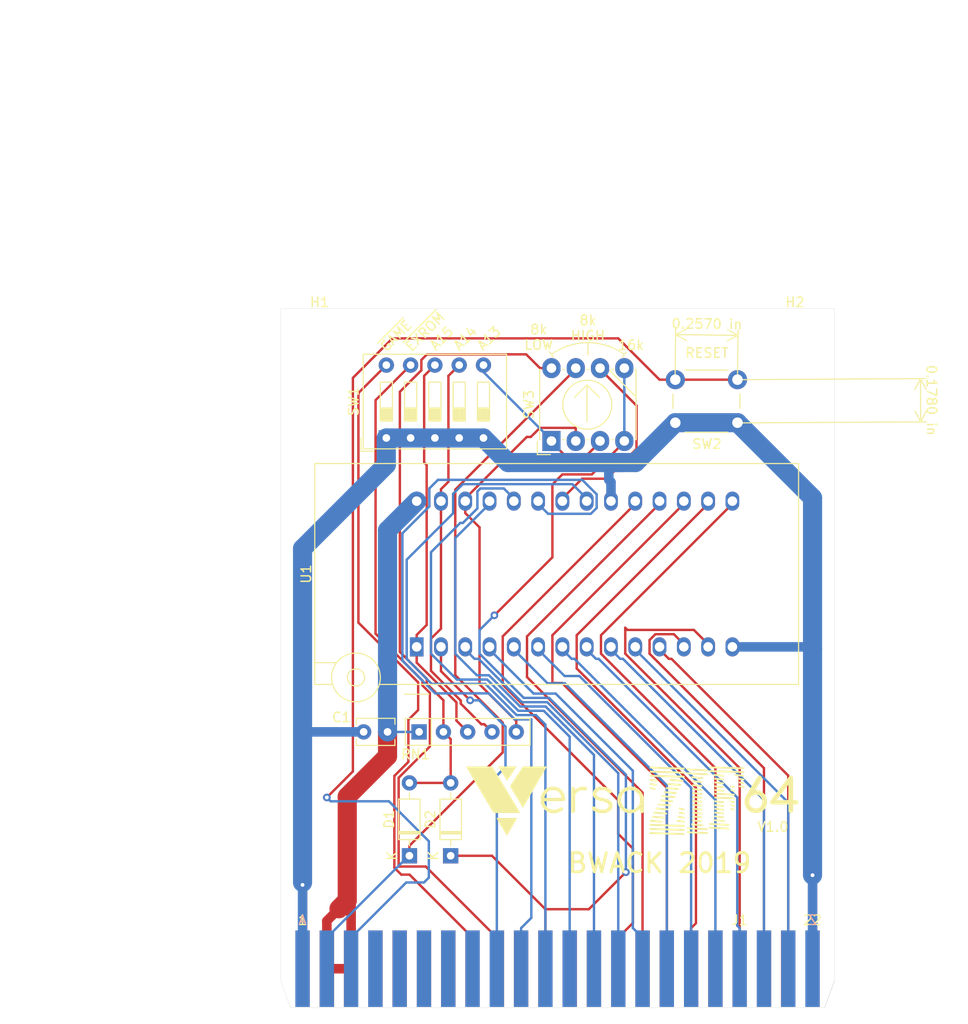
<source format=kicad_pcb>
(kicad_pcb (version 20171130) (host pcbnew "(5.1.2)-1")
  (title_block (title VersaZIF64) (date 2019-06-22) (rev 1.0) (company BWACK) (comment 1 "Based on the Versa64Cart"))
  (layers (0 F.Cu signal) (31 B.Cu signal) (34 B.Paste user) (35 F.Paste user) (36 B.SilkS user) (37 F.SilkS user) (38 B.Mask user) (39 F.Mask user) (44 Edge.Cuts user))
  (net 0 "")
  (net 1 +5V)
  (net 2 GND)
  (net 3 /~ROMH~)
  (net 4 /~ROML~)
  (net 5 /A0)
  (net 6 /A1)
  (net 7 /A2)
  (net 8 /A3)
  (net 9 /A4)
  (net 10 /A5)
  (net 11 /A6)
  (net 12 /A7)
  (net 13 /A8)
  (net 14 /A9)
  (net 15 /A10)
  (net 16 /A11)
  (net 17 /A12)
  (net 18 /A13)
  (net 19 /A14)
  (net 20 /A15)
  (net 21 "Net-(J1-PadE)")
  (net 22 "Net-(J1-PadD)")
  (net 23 "Net-(J1-PadC)")
  (net 24 /D0)
  (net 25 /D1)
  (net 26 /D2)
  (net 27 /D3)
  (net 28 /D4)
  (net 29 /D5)
  (net 30 /D6)
  (net 31 /D7)
  (net 32 "Net-(J1-Pad13)")
  (net 33 "Net-(J1-Pad12)")
  (net 34 "Net-(J1-Pad10)")
  (net 35 /~EXROM~)
  (net 36 /~GAME~)
  (net 37 "Net-(J1-Pad7)")
  (net 38 "Net-(J1-Pad6)")
  (net 39 "Net-(J1-Pad5)")
  (net 40 "Net-(J1-Pad4)")
  (net 41 /DIP_A13)
  (net 42 /DIP_A15)
  (net 43 /DIP_A14)
  (net 44 /~OEMIX~)
  (net 45 /ROM_A13)
  (net 46 /~ROM_OE~)
  (module VersaZIF64:logodrawing (layer F.Cu) (at 60.198 82.296)
    (fp_text reference G*** hide)
    (fp_text value LOGO hide)
  )
  (module VersaZIF64_logo (layer F.Cu) (at 0 0)
    (fp_text reference REF** hide)
    (fp_text value VersaZIF64_logo)
  )
  (module VersaZIF64:Nidec_SS-10-23NP-L-E_RotarySwitch_2x3 (layer F.Cu) (at 51.435 44.7675 90)
    (fp_text reference SW3 (at 3.81 -2.36 90) (layer F.SilkS))
    (fp_text value SW_Rotary2x3)
    (pad 4 thru_hole oval (at 7.62 7.62 90) (size 2.1 1.9) (drill 1) (layers *.Cu *.Mask) (net 4 /~ROML~))
    (pad 3 thru_hole oval (at 0 7.62 90) (size 2.1 1.9) (drill 1) (layers *.Cu *.Mask) (net 4 /~ROML~))
    (pad 7 thru_hole oval (at 7.62 5.08 90) (size 2.1 1.9) (drill 1) (layers *.Cu *.Mask) (net 46 /~ROM_OE~))
    (pad 2 thru_hole oval (at 0 5.08 90) (size 2.1 1.9) (drill 1) (layers *.Cu *.Mask) (net 41 /DIP_A13))
    (pad 5 thru_hole oval (at 7.62 2.54 90) (size 2.1 1.9) (drill 1) (layers *.Cu *.Mask) (net 3 /~ROMH~))
    (pad 8 thru_hole oval (at 0 2.54 90) (size 2.1 1.9) (drill 1) (layers *.Cu *.Mask) (net 45 /ROM_A13))
    (pad 6 thru_hole oval (at 7.62 0 90) (size 2.1 1.9) (drill 1) (layers *.Cu *.Mask) (net 44 /~OEMIX~))
    (pad 1 thru_hole rect (at 0 0 90) (size 2.1 1.9) (drill 1) (layers *.Cu *.Mask) (net 41 /DIP_A13))
  )
  (module C64-cartlib:C64_EXPANSION_PORT (layer F.Cu) (at 52.07 99.949)
    (fp_text reference J1 (at 19.05 -5.08) (layer F.SilkS))
    (fp_text value EXPANSION_PORT_C64 hide)
    (fp_text user 22 (at 26.67 -5.08) (layer F.SilkS))
    (fp_text user 1 (at -26.67 -5.08) (layer F.SilkS))
    (fp_text user A (at -26.67 -5.08) (layer B.SilkS) (effects (justify mirror)))
    (fp_text user Z (at 26.67 -5.08) (layer B.SilkS) (effects (justify mirror)))
    (pad Z connect rect (at 26.67 0) (size 1.5 8) (layers B.Cu F.Mask) (net 2 GND))
    (pad Y connect rect (at 24.13 0) (size 1.5 8) (layers B.Cu F.Mask) (net 5 /A0))
    (pad X connect rect (at 21.59 0) (size 1.5 8) (layers B.Cu F.Mask) (net 6 /A1))
    (pad W connect rect (at 19.05 0) (size 1.5 8) (layers B.Cu F.Mask) (net 7 /A2))
    (pad V connect rect (at 16.51 0) (size 1.5 8) (layers B.Cu F.Mask) (net 8 /A3))
    (pad U connect rect (at 13.97 0) (size 1.5 8) (layers B.Cu F.Mask) (net 9 /A4))
    (pad T connect rect (at 11.43 0) (size 1.5 8) (layers B.Cu F.Mask) (net 10 /A5))
    (pad S connect rect (at 8.89 0) (size 1.5 8) (layers B.Cu F.Mask) (net 11 /A6))
    (pad R connect rect (at 6.35 0) (size 1.5 8) (layers B.Cu F.Mask) (net 12 /A7))
    (pad P connect rect (at 3.81 0) (size 1.5 8) (layers B.Cu F.Mask) (net 13 /A8))
    (pad N connect rect (at 1.27 0) (size 1.5 8) (layers B.Cu F.Mask) (net 14 /A9))
    (pad M connect rect (at -1.27 0) (size 1.5 8) (layers B.Cu F.Mask) (net 15 /A10))
    (pad L connect rect (at -3.81 0) (size 1.5 8) (layers B.Cu F.Mask) (net 16 /A11))
    (pad K connect rect (at -6.35 0) (size 1.5 8) (layers B.Cu F.Mask) (net 17 /A12))
    (pad J connect rect (at -8.89 0) (size 1.5 8) (layers B.Cu F.Mask) (net 18 /A13))
    (pad H connect rect (at -11.43 0) (size 1.5 8) (layers B.Cu F.Mask) (net 19 /A14))
    (pad F connect rect (at -13.97 0) (size 1.5 8) (layers B.Cu F.Mask) (net 20 /A15))
    (pad E connect rect (at -16.51 0) (size 1.5 8) (layers B.Cu F.Mask) (net 21 "Net-(J1-PadE)"))
    (pad D connect rect (at -19.05 0) (size 1.5 8) (layers B.Cu F.Mask) (net 22 "Net-(J1-PadD)"))
    (pad C connect rect (at -21.59 0) (size 1.5 8) (layers B.Cu F.Mask) (net 23 "Net-(J1-PadC)"))
    (pad B connect rect (at -24.13 0) (size 1.5 8) (layers B.Cu F.Mask) (net 3 /~ROMH~))
    (pad A connect rect (at -26.67 0) (size 1.5 8) (layers B.Cu F.Mask) (net 2 GND))
    (pad 22 connect rect (at 26.67 0) (size 1.5 8) (layers F.Cu F.Mask) (net 2 GND))
    (pad 21 connect rect (at 24.13 0) (size 1.5 8) (layers F.Cu F.Mask) (net 24 /D0))
    (pad 20 connect rect (at 21.59 0) (size 1.5 8) (layers F.Cu F.Mask) (net 25 /D1))
    (pad 19 connect rect (at 19.05 0) (size 1.5 8) (layers F.Cu F.Mask) (net 26 /D2))
    (pad 18 connect rect (at 16.51 0) (size 1.5 8) (layers F.Cu F.Mask) (net 27 /D3))
    (pad 17 connect rect (at 13.97 0) (size 1.5 8) (layers F.Cu F.Mask) (net 28 /D4))
    (pad 16 connect rect (at 11.43 0) (size 1.5 8) (layers F.Cu F.Mask) (net 29 /D5))
    (pad 15 connect rect (at 8.89 0) (size 1.5 8) (layers F.Cu F.Mask) (net 30 /D6))
    (pad 14 connect rect (at 6.35 0) (size 1.5 8) (layers F.Cu F.Mask) (net 31 /D7))
    (pad 13 connect rect (at 3.81 0) (size 1.5 8) (layers F.Cu F.Mask) (net 32 "Net-(J1-Pad13)"))
    (pad 12 connect rect (at 1.27 0) (size 1.5 8) (layers F.Cu F.Mask) (net 33 "Net-(J1-Pad12)"))
    (pad 11 connect rect (at -1.27 0) (size 1.5 8) (layers F.Cu F.Mask) (net 4 /~ROML~))
    (pad 10 connect rect (at -3.81 0) (size 1.5 8) (layers F.Cu F.Mask) (net 34 "Net-(J1-Pad10)"))
    (pad 9 connect rect (at -6.35 0) (size 1.5 8) (layers F.Cu F.Mask) (net 35 /~EXROM~))
    (pad 8 connect rect (at -8.89 0) (size 1.5 8) (layers F.Cu F.Mask) (net 36 /~GAME~))
    (pad 7 connect rect (at -11.43 0) (size 1.5 8) (layers F.Cu F.Mask) (net 37 "Net-(J1-Pad7)"))
    (pad 6 connect rect (at -13.97 0) (size 1.5 8) (layers F.Cu F.Mask) (net 38 "Net-(J1-Pad6)"))
    (pad 5 connect rect (at -16.51 0) (size 1.5 8) (layers F.Cu F.Mask) (net 39 "Net-(J1-Pad5)"))
    (pad 4 connect rect (at -19.05 0) (size 1.5 8) (layers F.Cu F.Mask) (net 40 "Net-(J1-Pad4)"))
    (pad 3 connect rect (at -21.59 0) (size 1.5 8) (layers F.Cu F.Mask) (net 1 +5V))
    (pad 2 connect rect (at -24.13 0) (size 1.5 8) (layers F.Cu F.Mask) (net 1 +5V))
    (pad 1 connect rect (at -26.67 0) (size 1.5 8) (layers F.Cu F.Mask) (net 2 GND))
  )
  (module Capacitor_THT:C_Disc_D3.8mm_W2.6mm_P2.50mm (layer F.Cu) (at 34.29 75.184 180)
    (fp_text reference C1 (at 4.826 1.524) (layer F.SilkS))
    (fp_text value 100nF)
    (pad 1 thru_hole circle (at 0 0 180) (size 1.6 1.6) (drill 0.8) (layers *.Cu *.Mask) (net 1 +5V))
    (pad 2 thru_hole circle (at 2.5 0 180) (size 1.6 1.6) (drill 0.8) (layers *.Cu *.Mask) (net 2 GND))
  )
  (module Diode_THT:D_DO-35_SOD27_P7.62mm_Horizontal (layer F.Cu) (at 36.576 88.138 90)
    (fp_text reference D1 (at 3.81 -2.12 90) (layer F.SilkS))
    (fp_text value 1n4148)
    (fp_text user K (at 0 -1.8 90) (layer F.SilkS))
    (pad 1 thru_hole rect (at 0 0 90) (size 1.6 1.6) (drill 0.8) (layers *.Cu *.Mask) (net 3 /~ROMH~))
    (pad 2 thru_hole oval (at 7.62 0 90) (size 1.6 1.6) (drill 0.8) (layers *.Cu *.Mask) (net 44 /~OEMIX~))
  )
  (module Diode_THT:D_DO-35_SOD27_P7.62mm_Horizontal (layer F.Cu) (at 40.894 88.138 90)
    (fp_text reference D2 (at 3.81 -2.12 90) (layer F.SilkS))
    (fp_text value 1n4148)
    (fp_text user K (at 0 -1.8 90) (layer F.SilkS))
    (pad 2 thru_hole oval (at 7.62 0 90) (size 1.6 1.6) (drill 0.8) (layers *.Cu *.Mask) (net 44 /~OEMIX~))
    (pad 1 thru_hole rect (at 0 0 90) (size 1.6 1.6) (drill 0.8) (layers *.Cu *.Mask) (net 4 /~ROML~))
  )
  (module Resistor_THT:R_Array_SIP5 (layer F.Cu) (at 37.592 75.184)
    (fp_text reference RN1 (at -0.381 2.3495) (layer F.SilkS))
    (fp_text value "10k x 4")
    (pad 5 thru_hole oval (at 10.16 0) (size 1.6 1.6) (drill 0.8) (layers *.Cu *.Mask) (net 45 /ROM_A13))
    (pad 4 thru_hole oval (at 7.62 0) (size 1.6 1.6) (drill 0.8) (layers *.Cu *.Mask) (net 43 /DIP_A14))
    (pad 3 thru_hole oval (at 5.08 0) (size 1.6 1.6) (drill 0.8) (layers *.Cu *.Mask) (net 42 /DIP_A15))
    (pad 2 thru_hole oval (at 2.54 0) (size 1.6 1.6) (drill 0.8) (layers *.Cu *.Mask) (net 44 /~OEMIX~))
    (pad 1 thru_hole rect (at 0 0) (size 1.6 1.6) (drill 0.8) (layers *.Cu *.Mask) (net 1 +5V))
  )
  (module Socket:DIP_Socket-28_W11.9_W12.7_W15.24_W17.78_W18.5_3M_228-1277-00-0602J (layer F.Cu) (at 37.338 66.294 90)
    (fp_text reference U1 (at 7.62 -11.56 90) (layer F.SilkS))
    (fp_text value 27512)
    (pad 1 thru_hole rect (at 0 0 90) (size 2 1.44) (drill 1) (layers *.Cu *.Mask) (net 42 /DIP_A15))
    (pad 28 thru_hole oval (at 15.24 0 90) (size 2 1.44) (drill 1) (layers *.Cu *.Mask) (net 1 +5V))
    (pad 2 thru_hole oval (at 0 2.54 90) (size 2 1.44) (drill 1) (layers *.Cu *.Mask) (net 17 /A12))
    (pad 27 thru_hole oval (at 15.24 2.54 90) (size 2 1.44) (drill 1) (layers *.Cu *.Mask) (net 43 /DIP_A14))
    (pad 3 thru_hole oval (at 0 5.08 90) (size 2 1.44) (drill 1) (layers *.Cu *.Mask) (net 12 /A7))
    (pad 26 thru_hole oval (at 15.24 5.08 90) (size 2 1.44) (drill 1) (layers *.Cu *.Mask) (net 45 /ROM_A13))
    (pad 4 thru_hole oval (at 0 7.62 90) (size 2 1.44) (drill 1) (layers *.Cu *.Mask) (net 11 /A6))
    (pad 25 thru_hole oval (at 15.24 7.62 90) (size 2 1.44) (drill 1) (layers *.Cu *.Mask) (net 13 /A8))
    (pad 5 thru_hole oval (at 0 10.16 90) (size 2 1.44) (drill 1) (layers *.Cu *.Mask) (net 10 /A5))
    (pad 24 thru_hole oval (at 15.24 10.16 90) (size 2 1.44) (drill 1) (layers *.Cu *.Mask) (net 14 /A9))
    (pad 6 thru_hole oval (at 0 12.7 90) (size 2 1.44) (drill 1) (layers *.Cu *.Mask) (net 9 /A4))
    (pad 23 thru_hole oval (at 15.24 12.7 90) (size 2 1.44) (drill 1) (layers *.Cu *.Mask) (net 16 /A11))
    (pad 7 thru_hole oval (at 0 15.24 90) (size 2 1.44) (drill 1) (layers *.Cu *.Mask) (net 8 /A3))
    (pad 22 thru_hole oval (at 15.24 15.24 90) (size 2 1.44) (drill 1) (layers *.Cu *.Mask) (net 46 /~ROM_OE~))
    (pad 8 thru_hole oval (at 0 17.78 90) (size 2 1.44) (drill 1) (layers *.Cu *.Mask) (net 7 /A2))
    (pad 21 thru_hole oval (at 15.24 17.78 90) (size 2 1.44) (drill 1) (layers *.Cu *.Mask) (net 15 /A10))
    (pad 9 thru_hole oval (at 0 20.32 90) (size 2 1.44) (drill 1) (layers *.Cu *.Mask) (net 6 /A1))
    (pad 20 thru_hole oval (at 15.24 20.32 90) (size 2 1.44) (drill 1) (layers *.Cu *.Mask) (net 2 GND))
    (pad 10 thru_hole oval (at 0 22.86 90) (size 2 1.44) (drill 1) (layers *.Cu *.Mask) (net 5 /A0))
    (pad 19 thru_hole oval (at 15.24 22.86 90) (size 2 1.44) (drill 1) (layers *.Cu *.Mask) (net 31 /D7))
    (pad 11 thru_hole oval (at 0 25.4 90) (size 2 1.44) (drill 1) (layers *.Cu *.Mask) (net 24 /D0))
    (pad 18 thru_hole oval (at 15.24 25.4 90) (size 2 1.44) (drill 1) (layers *.Cu *.Mask) (net 30 /D6))
    (pad 12 thru_hole oval (at 0 27.94 90) (size 2 1.44) (drill 1) (layers *.Cu *.Mask) (net 25 /D1))
    (pad 17 thru_hole oval (at 15.24 27.94 90) (size 2 1.44) (drill 1) (layers *.Cu *.Mask) (net 29 /D5))
    (pad 13 thru_hole oval (at 0 30.48 90) (size 2 1.44) (drill 1) (layers *.Cu *.Mask) (net 26 /D2))
    (pad 16 thru_hole oval (at 15.24 30.48 90) (size 2 1.44) (drill 1) (layers *.Cu *.Mask) (net 28 /D4))
    (pad 14 thru_hole oval (at 0 33.02 90) (size 2 1.44) (drill 1) (layers *.Cu *.Mask) (net 2 GND))
    (pad 15 thru_hole oval (at 15.24 33.02 90) (size 2 1.44) (drill 1) (layers *.Cu *.Mask) (net 27 /D3))
  )
  (module Button_Switch_THT:SW_DIP_SPSTx05_Slide_9.78x14.88mm_W7.62mm_P2.54mm (layer F.Cu) (at 34.163 44.45 90)
    (fp_text reference SW1 (at 3.81 -3.42 90) (layer F.SilkS))
    (fp_text value SW_DIP_x05)
    (pad 1 thru_hole rect (at 0 0 90) (size 1.6 1.6) (drill 0.8) (layers *.Cu *.Mask) (net 2 GND))
    (pad 6 thru_hole oval (at 7.62 10.16 90) (size 1.6 1.6) (drill 0.8) (layers *.Cu *.Mask) (net 41 /DIP_A13))
    (pad 2 thru_hole oval (at 0 2.54 90) (size 1.6 1.6) (drill 0.8) (layers *.Cu *.Mask) (net 2 GND))
    (pad 7 thru_hole oval (at 7.62 7.62 90) (size 1.6 1.6) (drill 0.8) (layers *.Cu *.Mask) (net 43 /DIP_A14))
    (pad 3 thru_hole oval (at 0 5.08 90) (size 1.6 1.6) (drill 0.8) (layers *.Cu *.Mask) (net 2 GND))
    (pad 8 thru_hole oval (at 7.62 5.08 90) (size 1.6 1.6) (drill 0.8) (layers *.Cu *.Mask) (net 42 /DIP_A15))
    (pad 4 thru_hole oval (at 0 7.62 90) (size 1.6 1.6) (drill 0.8) (layers *.Cu *.Mask) (net 2 GND))
    (pad 9 thru_hole oval (at 7.62 2.54 90) (size 1.6 1.6) (drill 0.8) (layers *.Cu *.Mask) (net 35 /~EXROM~))
    (pad 5 thru_hole oval (at 0 10.16 90) (size 1.6 1.6) (drill 0.8) (layers *.Cu *.Mask) (net 2 GND))
    (pad 10 thru_hole oval (at 7.62 0 90) (size 1.6 1.6) (drill 0.8) (layers *.Cu *.Mask) (net 36 /~GAME~))
  )
  (module MountingHole:MountingHole_4.3mm_M4_ISO7380 (layer F.Cu) (at 27.178 35.052)
    (fp_text reference H1 (at 0 -4.8) (layer F.SilkS))
    (fp_text value MountingHole)
    (pad 1 np_thru_hole circle (at 0 0) (size 4.3 4.3) (drill 4.3) (layers *.Cu *.Mask))
  )
  (module MountingHole:MountingHole_4.3mm_M4_ISO7380 (layer F.Cu) (at 76.8985 35.052)
    (fp_text reference H2 (at 0 -4.8) (layer F.SilkS))
    (fp_text value MountingHole)
    (pad 1 np_thru_hole circle (at 0 0) (size 4.3 4.3) (drill 4.3) (layers *.Cu *.Mask))
  )
  (module Button_Switch_THT:SW_PUSH_6mm_H5mm (layer F.Cu) (at 64.389 38.354)
    (fp_text reference SW2 (at 3.302 6.731) (layer F.SilkS))
    (fp_text value SW_Push)
    (pad 2 thru_hole circle (at 0 4.5 90) (size 2 2) (drill 1.1) (layers *.Cu *.Mask) (net 2 GND))
    (pad 1 thru_hole circle (at 0 0 90) (size 2 2) (drill 1.1) (layers *.Cu *.Mask) (net 23 "Net-(J1-PadC)"))
    (pad 2 thru_hole circle (at 6.5 4.5 90) (size 2 2) (drill 1.1) (layers *.Cu *.Mask) (net 2 GND))
    (pad 1 thru_hole circle (at 6.5 0 90) (size 2 2) (drill 1.1) (layers *.Cu *.Mask) (net 23 "Net-(J1-PadC)"))
  )
  (gr_text V1.0 (at 74.5998 85.1154) (layer F.SilkS) (effects (font (size 1 1))))
  (dimension 4.521271 (width 0.12) (layer F.SilkS) (gr_text "4,5212 mm" (at 91.312375 40.499946 270.3) (layer F.SilkS) (effects (font (size 1 1) (thickness 0.15)))) (feature1 (pts (xy 70.9168 42.8752) (xy 90.641506 42.764387))) (feature2 (pts (xy 70.8914 38.354) (xy 90.616106 38.243187))) (crossbar (pts (xy 90.029695 38.246481) (xy 90.055095 42.767681))) (arrow1a (pts (xy 90.055095 42.767681) (xy 89.462355 41.644489))) (arrow1b (pts (xy 90.055095 42.767681) (xy 90.635178 41.637901))) (arrow2a (pts (xy 90.029695 38.246481) (xy 89.449612 39.376261))) (arrow2b (pts (xy 90.029695 38.246481) (xy 90.622435 39.369673))))
  (dimension 6.528245 (width 0.12) (layer F.SilkS) (gr_text "6,5278 mm" (at 67.696727 32.410876 359.3) (layer F.SilkS) (effects (font (size 1 1) (thickness 0.15)))) (feature1 (pts (xy 70.8914 38.3794) (xy 70.952648 33.132508))) (feature2 (pts (xy 64.3636 38.3032) (xy 64.424848 33.056308))) (crossbar (pts (xy 64.418003 33.642689) (xy 70.945803 33.718889))) (arrow1a (pts (xy 70.945803 33.718889) (xy 69.812531 34.292121))) (arrow1b (pts (xy 70.945803 33.718889) (xy 69.826221 33.119359))) (arrow2a (pts (xy 64.418003 33.642689) (xy 65.537585 34.242219))) (arrow2b (pts (xy 64.418003 33.642689) (xy 65.551275 33.069457))))
  (gr_text "BWACK 2019" (at 62.738 88.9) (layer F.SilkS) (effects (font (size 2 2) (thickness 0.3))))
  (gr_line (start 51.181 35.433) (end 51.6255 36.0045) (layer F.SilkS) (width 0.12))
  (gr_line (start 55.245 34.4805) (end 55.245 35.7505) (layer F.SilkS) (width 0.12))
  (gr_line (start 59.2455 35.4965) (end 58.8645 36.0045) (layer F.SilkS) (width 0.12))
  (gr_arc (start 55.245 40.9575) (end 55.245 34.4805) (angle 36.2) (layer F.SilkS) (width 0.12))
  (gr_arc (start 55.245 40.9575) (end 55.245 34.4805) (angle -36.19320731) (layer F.SilkS) (width 0.12))
  (gr_text RESET (at 67.691 35.56) (layer F.SilkS) (effects (font (size 1 1))))
  (gr_text 16k (at 59.7535 34.7345) (layer F.SilkS) (effects (font (size 1 1))))
  (gr_text "8k\nHIGH" (at 55.245 32.9565) (layer F.SilkS) (effects (font (size 1 1))))
  (gr_text "8k\nLOW" (at 50.1015 33.909) (layer F.SilkS) (effects (font (size 1 1))))
  (gr_text A13 (at 44.8945 34.036 45) (layer F.SilkS) (effects (font (size 1 1))))
  (gr_text A14 (at 42.418 34.036 45) (layer F.SilkS) (effects (font (size 1 1))))
  (gr_text A15 (at 39.9415 34.036 45) (layer F.SilkS) (effects (font (size 1 1))))
  (gr_text ~EXROM~ (at 38.227 33.3375 45) (layer F.SilkS) (effects (font (size 1 1))))
  (gr_text ~GAME~ (at 35.179 33.782 45) (layer F.SilkS) (effects (font (size 1 1))))
  (gr_line (start 81.026 30.9245) (end 23.114 30.9245) (layer Edge.Cuts) (width 0.0254))
  (gr_line (start 80.01 104.013) (end 81.026 101.219) (layer Edge.Cuts) (width 0.05))
  (gr_line (start 23.114 101.219) (end 24.13 104.013) (layer Edge.Cuts) (width 0.0254))
  (gr_line (start 24.13 104.013) (end 80.01 104.013) (angle 90) (layer Edge.Cuts) (width 0.0254))
  (gr_line (start 23.114 30.9245) (end 23.114 101.219) (angle 90) (layer Edge.Cuts) (width 0.0254))
  (gr_line (start 81.026 30.9245) (end 81.026 101.219) (angle 90) (layer Edge.Cuts) (width 0.0254))
  (segment (start 30.48 99.949) (end 27.94 99.949) (width 1) (layer F.Cu) (net 1))
  (segment (start 27.94 94.949) (end 29.21 93.679) (width 1) (layer F.Cu) (net 1))
  (segment (start 27.94 99.949) (end 27.94 94.949) (width 1) (layer F.Cu) (net 1))
  (segment (start 30.48 93.218) (end 30.0755 92.8135) (width 1) (layer F.Cu) (net 1))
  (segment (start 30.48 99.949) (end 30.48 93.218) (width 1) (layer F.Cu) (net 1))
  (segment (start 29.21 93.679) (end 30.0755 92.8135) (width 2) (layer F.Cu) (net 1))
  (segment (start 34.29 75.184) (end 34.29 77.724) (width 2) (layer F.Cu) (net 1))
  (segment (start 30.0755 81.9385) (end 30.0755 92.8135) (width 2) (layer F.Cu) (net 1))
  (segment (start 34.29 77.724) (end 30.0755 81.9385) (width 2) (layer F.Cu) (net 1))
  (segment (start 34.29 54.102) (end 37.338 51.054) (width 2) (layer B.Cu) (net 1))
  (segment (start 34.29 75.184) (end 34.29 54.102) (width 2) (layer B.Cu) (net 1))
  (segment (start 36.542 75.184) (end 34.29 75.184) (width 0.25) (layer B.Cu) (net 1))
  (segment (start 37.592 75.184) (end 36.542 75.184) (width 0.25) (layer B.Cu) (net 1))
  (segment (start 25.4 99.949) (end 25.4 90.932) (width 1) (layer B.Cu) (net 2))
  (segment (start 34.163 47.25) (end 34.163 44.45) (width 2) (layer B.Cu) (net 2))
  (segment (start 25.4 56.013) (end 34.163 47.25) (width 2) (layer B.Cu) (net 2))
  (segment (start 25.4 90.932) (end 25.4 75.184) (width 2) (layer B.Cu) (net 2))
  (segment (start 25.4 75.184) (end 25.4 56.013) (width 2) (layer B.Cu) (net 2))
  (segment (start 31.79 75.184) (end 25.4 75.184) (width 1) (layer B.Cu) (net 2))
  (segment (start 25.4 99.949) (end 25.4 94.949) (width 1) (layer F.Cu) (net 2))
  (segment (start 25.4 94.949) (end 25.4 91.186) (width 1) (layer F.Cu) (net 2))
  (via (at 78.74 90.17) (size 0.8) (drill 0.4) (layers F.Cu B.Cu) (net 2))
  (segment (start 78.74 99.949) (end 78.74 90.17) (width 1) (layer B.Cu) (net 2))
  (segment (start 70.889 42.854) (end 78.74 50.705) (width 2) (layer B.Cu) (net 2))
  (segment (start 78.74 99.949) (end 78.74 90.17) (width 1) (layer F.Cu) (net 2))
  (segment (start 78.74 90.17) (end 78.74 66.548) (width 2) (layer B.Cu) (net 2))
  (segment (start 78.74 66.548) (end 78.74 50.705) (width 2) (layer B.Cu) (net 2))
  (segment (start 78.486 66.294) (end 78.74 66.548) (width 1) (layer B.Cu) (net 2))
  (segment (start 70.358 66.294) (end 78.486 66.294) (width 1) (layer B.Cu) (net 2))
  (segment (start 25.4 91.186) (end 25.4 91.186) (width 1) (layer F.Cu) (net 2))
  (via (at 25.4 91.186) (size 0.8) (drill 0.4) (layers F.Cu B.Cu) (net 2))
  (segment (start 70.889 42.854) (end 64.389 42.854) (width 2) (layer B.Cu) (net 2))
  (segment (start 34.163 44.45) (end 44.323 44.45) (width 2) (layer B.Cu) (net 2))
  (segment (start 44.323 44.45) (end 46.890501 47.017501) (width 2) (layer B.Cu) (net 2))
  (segment (start 60.225499 47.017501) (end 56.868499 47.017501) (width 2) (layer B.Cu) (net 2))
  (segment (start 64.389 42.854) (end 60.225499 47.017501) (width 2) (layer B.Cu) (net 2))
  (segment (start 46.890501 47.017501) (end 56.868499 47.017501) (width 2) (layer B.Cu) (net 2))
  (segment (start 57.431501 48.827501) (end 57.431501 47.017501) (width 1) (layer B.Cu) (net 2))
  (segment (start 57.658 49.054) (end 57.431501 48.827501) (width 1) (layer B.Cu) (net 2))
  (segment (start 57.658 51.054) (end 57.658 49.054) (width 1) (layer B.Cu) (net 2))
  (segment (start 56.868499 47.017501) (end 57.431501 47.017501) (width 2) (layer B.Cu) (net 2))
  (segment (start 57.431501 47.017501) (end 58.955501 47.017501) (width 2) (layer B.Cu) (net 2))
  (segment (start 36.501 88.138) (end 36.576 88.138) (width 0.25) (layer B.Cu) (net 3))
  (segment (start 27.94 96.699) (end 36.501 88.138) (width 0.25) (layer B.Cu) (net 3))
  (segment (start 27.94 99.949) (end 27.94 96.699) (width 0.25) (layer B.Cu) (net 3))
  (segment (start 53.975 37.1475) (end 53.975 37.2475) (width 0.25) (layer F.Cu) (net 3))
  (segment (start 46.337001 77.326999) (end 36.576 87.088) (width 0.25) (layer F.Cu) (net 3))
  (segment (start 36.576 87.088) (end 36.576 88.138) (width 0.25) (layer F.Cu) (net 3))
  (segment (start 46.337001 74.219999) (end 46.337001 77.326999) (width 0.25) (layer F.Cu) (net 3))
  (segment (start 41.37299 49.84951) (end 41.37299 69.255988) (width 0.25) (layer F.Cu) (net 3))
  (segment (start 53.975 37.2475) (end 41.37299 49.84951) (width 0.25) (layer F.Cu) (net 3))
  (segment (start 41.37299 69.255988) (end 46.337001 74.219999) (width 0.25) (layer F.Cu) (net 3))
  (segment (start 45.212 88.138) (end 40.894 88.138) (width 0.25) (layer F.Cu) (net 4))
  (segment (start 50.8 99.949) (end 50.8 93.726) (width 0.25) (layer F.Cu) (net 4))
  (segment (start 50.8 93.726) (end 45.212 88.138) (width 0.25) (layer F.Cu) (net 4))
  (segment (start 59.055 43.4675) (end 59.055 37.1475) (width 0.25) (layer B.Cu) (net 4))
  (segment (start 59.055 44.7675) (end 59.055 43.4675) (width 0.25) (layer B.Cu) (net 4))
  (segment (start 59.055 44.8675) (end 55.6625 48.26) (width 0.25) (layer F.Cu) (net 4))
  (segment (start 59.055 44.7675) (end 59.055 44.8675) (width 0.25) (layer F.Cu) (net 4))
  (segment (start 55.6625 48.26) (end 52.578 48.26) (width 0.25) (layer F.Cu) (net 4))
  (segment (start 51.53299 49.30501) (end 51.53299 56.92501) (width 0.25) (layer F.Cu) (net 4))
  (segment (start 52.578 48.26) (end 51.53299 49.30501) (width 0.25) (layer F.Cu) (net 4))
  (via (at 45.466 62.992) (size 0.8) (drill 0.4) (layers F.Cu B.Cu) (net 4))
  (segment (start 51.53299 56.92501) (end 45.466 62.992) (width 0.25) (layer F.Cu) (net 4))
  (segment (start 43.91299 67.006857) (end 48.534134 71.628001) (width 0.25) (layer B.Cu) (net 4))
  (segment (start 45.466 62.992) (end 43.91299 64.54501) (width 0.25) (layer B.Cu) (net 4))
  (segment (start 51.188055 71.628002) (end 59.21899 79.658937) (width 0.25) (layer B.Cu) (net 4))
  (segment (start 48.534134 71.628001) (end 51.188055 71.628002) (width 0.25) (layer B.Cu) (net 4))
  (segment (start 59.21899 89.286904) (end 59.21899 89.852589) (width 0.25) (layer B.Cu) (net 4))
  (via (at 59.21899 89.852589) (size 0.8) (drill 0.4) (layers F.Cu B.Cu) (net 4))
  (segment (start 59.21899 79.658937) (end 59.21899 89.286904) (width 0.25) (layer B.Cu) (net 4))
  (segment (start 43.91299 64.54501) (end 43.91299 67.006857) (width 0.25) (layer B.Cu) (net 4))
  (segment (start 55.345579 93.726) (end 59.21899 89.852589) (width 0.25) (layer F.Cu) (net 4))
  (segment (start 50.8 93.726) (end 55.345579 93.726) (width 0.25) (layer F.Cu) (net 4))
  (segment (start 76.2 82.576) (end 76.2 83.566) (width 0.25) (layer B.Cu) (net 5))
  (segment (start 60.198 66.574) (end 76.2 82.576) (width 0.25) (layer B.Cu) (net 5))
  (segment (start 60.198 66.294) (end 60.198 66.574) (width 0.25) (layer B.Cu) (net 5))
  (segment (start 76.2 99.949) (end 76.2 83.566) (width 0.25) (layer B.Cu) (net 5))
  (segment (start 73.66 82.296) (end 73.66 99.949) (width 0.25) (layer B.Cu) (net 6))
  (segment (start 58.908 67.544) (end 73.66 82.296) (width 0.25) (layer B.Cu) (net 6))
  (segment (start 58.628 67.544) (end 58.908 67.544) (width 0.25) (layer B.Cu) (net 6))
  (segment (start 57.658 66.574) (end 58.628 67.544) (width 0.25) (layer B.Cu) (net 6))
  (segment (start 57.658 66.294) (end 57.658 66.574) (width 0.25) (layer B.Cu) (net 6))
  (segment (start 55.118 66.574) (end 55.118 66.294) (width 0.25) (layer B.Cu) (net 7))
  (segment (start 71.12 99.949) (end 71.12 95.699) (width 0.25) (layer B.Cu) (net 7))
  (segment (start 71.12 95.699) (end 70.866 95.445) (width 0.25) (layer B.Cu) (net 7))
  (segment (start 70.866 95.445) (end 70.866 82.042) (width 0.25) (layer B.Cu) (net 7))
  (segment (start 70.866 82.042) (end 56.368 67.544) (width 0.25) (layer B.Cu) (net 7))
  (segment (start 56.368 67.544) (end 56.088 67.544) (width 0.25) (layer B.Cu) (net 7))
  (segment (start 56.088 67.544) (end 55.118 66.574) (width 0.25) (layer B.Cu) (net 7))
  (segment (start 52.578 66.574) (end 52.578 66.294) (width 0.25) (layer B.Cu) (net 8))
  (segment (start 53.548 67.544) (end 52.578 66.574) (width 0.25) (layer B.Cu) (net 8))
  (segment (start 53.833644 67.544) (end 53.548 67.544) (width 0.25) (layer B.Cu) (net 8))
  (segment (start 68.58 82.290356) (end 53.833644 67.544) (width 0.25) (layer B.Cu) (net 8))
  (segment (start 68.58 99.949) (end 68.58 82.290356) (width 0.25) (layer B.Cu) (net 8))
  (segment (start 66.04 81.026) (end 66.04 99.949) (width 0.25) (layer B.Cu) (net 9))
  (segment (start 54.356 69.342) (end 66.04 81.026) (width 0.25) (layer B.Cu) (net 9))
  (segment (start 52.806 69.342) (end 54.356 69.342) (width 0.25) (layer B.Cu) (net 9))
  (segment (start 50.038 66.574) (end 52.806 69.342) (width 0.25) (layer B.Cu) (net 9))
  (segment (start 50.038 66.294) (end 50.038 66.574) (width 0.25) (layer B.Cu) (net 9))
  (segment (start 63.5 80.772) (end 63.5 99.949) (width 0.25) (layer B.Cu) (net 10))
  (segment (start 52.832 70.104) (end 63.5 80.772) (width 0.25) (layer B.Cu) (net 10))
  (segment (start 51.028 70.104) (end 52.832 70.104) (width 0.25) (layer B.Cu) (net 10))
  (segment (start 47.498 66.574) (end 51.028 70.104) (width 0.25) (layer B.Cu) (net 10))
  (segment (start 47.498 66.294) (end 47.498 66.574) (width 0.25) (layer B.Cu) (net 10))
  (segment (start 49.561989 71.177989) (end 44.958 66.574) (width 0.25) (layer B.Cu) (net 11))
  (segment (start 44.958 66.574) (end 44.958 66.294) (width 0.25) (layer B.Cu) (net 11))
  (segment (start 60.96 96.699) (end 59.944 95.683) (width 0.25) (layer B.Cu) (net 11))
  (segment (start 60.96 99.949) (end 60.96 96.699) (width 0.25) (layer B.Cu) (net 11))
  (segment (start 59.944 79.248) (end 51.873989 71.177989) (width 0.25) (layer B.Cu) (net 11))
  (segment (start 59.944 95.683) (end 59.944 79.248) (width 0.25) (layer B.Cu) (net 11))
  (segment (start 51.873989 71.177989) (end 49.561989 71.177989) (width 0.25) (layer B.Cu) (net 11))
  (segment (start 42.418 66.574) (end 42.418 66.294) (width 0.25) (layer B.Cu) (net 12))
  (segment (start 43.388 67.544) (end 42.418 66.574) (width 0.25) (layer B.Cu) (net 12))
  (segment (start 43.813722 67.544) (end 43.388 67.544) (width 0.25) (layer B.Cu) (net 12))
  (segment (start 48.347733 72.078011) (end 43.813722 67.544) (width 0.25) (layer B.Cu) (net 12))
  (segment (start 51.001654 72.078011) (end 48.347733 72.078011) (width 0.25) (layer B.Cu) (net 12))
  (segment (start 58.42 79.496357) (end 51.001654 72.078011) (width 0.25) (layer B.Cu) (net 12))
  (segment (start 58.42 99.949) (end 58.42 79.496357) (width 0.25) (layer B.Cu) (net 12))
  (segment (start 44.958 51.334) (end 44.958 51.054) (width 0.25) (layer B.Cu) (net 13))
  (segment (start 41.37299 54.91901) (end 44.958 51.334) (width 0.25) (layer B.Cu) (net 13))
  (segment (start 44.895278 69.261967) (end 43.6281 69.261967) (width 0.25) (layer B.Cu) (net 13))
  (segment (start 48.161333 72.528022) (end 44.895278 69.261967) (width 0.25) (layer B.Cu) (net 13))
  (segment (start 43.6281 69.261967) (end 41.37299 67.006857) (width 0.25) (layer B.Cu) (net 13))
  (segment (start 41.37299 67.006857) (end 41.37299 54.91901) (width 0.25) (layer B.Cu) (net 13))
  (segment (start 55.88 77.592767) (end 50.815255 72.528022) (width 0.25) (layer B.Cu) (net 13))
  (segment (start 55.88 99.949) (end 55.88 77.592767) (width 0.25) (layer B.Cu) (net 13))
  (segment (start 50.815255 72.528022) (end 48.161333 72.528022) (width 0.25) (layer B.Cu) (net 13))
  (segment (start 50.628855 72.978033) (end 53.34 75.689178) (width 0.25) (layer B.Cu) (net 14))
  (segment (start 47.974933 72.978033) (end 50.628855 72.978033) (width 0.25) (layer B.Cu) (net 14))
  (segment (start 53.34 75.689178) (end 53.34 99.949) (width 0.25) (layer B.Cu) (net 14))
  (segment (start 44.708878 69.711978) (end 47.974933 72.978033) (width 0.25) (layer B.Cu) (net 14))
  (segment (start 38.83299 67.006857) (end 41.538111 69.711978) (width 0.25) (layer B.Cu) (net 14))
  (segment (start 41.899934 53.329934) (end 38.83299 56.396877) (width 0.25) (layer B.Cu) (net 14))
  (segment (start 41.538111 69.711978) (end 44.708878 69.711978) (width 0.25) (layer B.Cu) (net 14))
  (segment (start 42.174066 53.329934) (end 41.899934 53.329934) (width 0.25) (layer B.Cu) (net 14))
  (segment (start 47.498 50.774) (end 46.45299 49.72899) (width 0.25) (layer B.Cu) (net 14))
  (segment (start 47.498 51.054) (end 47.498 50.774) (width 0.25) (layer B.Cu) (net 14))
  (segment (start 46.45299 49.72899) (end 43.99701 49.72899) (width 0.25) (layer B.Cu) (net 14))
  (segment (start 43.99701 49.72899) (end 43.688 50.038) (width 0.25) (layer B.Cu) (net 14))
  (segment (start 43.688 50.038) (end 43.688 51.816) (width 0.25) (layer B.Cu) (net 14))
  (segment (start 38.83299 56.396877) (end 38.83299 67.006857) (width 0.25) (layer B.Cu) (net 14))
  (segment (start 43.688 51.816) (end 42.174066 53.329934) (width 0.25) (layer B.Cu) (net 14))
  (segment (start 50.8 74.419178) (end 50.8 99.949) (width 0.25) (layer B.Cu) (net 15))
  (segment (start 49.808866 73.428044) (end 50.8 74.419178) (width 0.25) (layer B.Cu) (net 15))
  (segment (start 47.788533 73.428044) (end 49.808866 73.428044) (width 0.25) (layer B.Cu) (net 15))
  (segment (start 36.292999 67.554001) (end 38.900987 70.161989) (width 0.25) (layer B.Cu) (net 15))
  (segment (start 44.522478 70.161989) (end 47.788533 73.428044) (width 0.25) (layer B.Cu) (net 15))
  (segment (start 36.292999 57.179001) (end 36.292999 67.554001) (width 0.25) (layer B.Cu) (net 15))
  (segment (start 55.118 51.054) (end 55.118 50.774) (width 0.25) (layer B.Cu) (net 15))
  (segment (start 38.900987 70.161989) (end 44.522478 70.161989) (width 0.25) (layer B.Cu) (net 15))
  (segment (start 53.62298 49.27898) (end 42.16102 49.27898) (width 0.25) (layer B.Cu) (net 15))
  (segment (start 42.16102 49.27898) (end 41.148 50.292) (width 0.25) (layer B.Cu) (net 15))
  (segment (start 41.148 50.292) (end 41.148 52.324) (width 0.25) (layer B.Cu) (net 15))
  (segment (start 55.118 50.774) (end 53.62298 49.27898) (width 0.25) (layer B.Cu) (net 15))
  (segment (start 41.148 52.324) (end 36.292999 57.179001) (width 0.25) (layer B.Cu) (net 15))
  (segment (start 35.842988 67.740401) (end 35.842988 54.422858) (width 0.25) (layer B.Cu) (net 16))
  (segment (start 35.842988 54.422858) (end 38.663009 51.602837) (width 0.25) (layer B.Cu) (net 16))
  (segment (start 38.663009 51.602837) (end 38.663009 49.728991) (width 0.25) (layer B.Cu) (net 16))
  (segment (start 38.663009 49.728991) (end 39.563031 48.828969) (width 0.25) (layer B.Cu) (net 16))
  (segment (start 39.563031 48.828969) (end 54.650836 48.828969) (width 0.25) (layer B.Cu) (net 16))
  (segment (start 54.650836 48.828969) (end 56.16301 50.341143) (width 0.25) (layer B.Cu) (net 16))
  (segment (start 56.16301 50.341143) (end 56.16301 51.766857) (width 0.25) (layer B.Cu) (net 16))
  (segment (start 56.16301 51.766857) (end 55.550857 52.37901) (width 0.25) (layer B.Cu) (net 16))
  (segment (start 49.327012 94.631988) (end 49.327012 73.878055) (width 0.25) (layer B.Cu) (net 16))
  (segment (start 49.327012 73.878055) (end 47.602133 73.878055) (width 0.25) (layer B.Cu) (net 16))
  (segment (start 47.602133 73.878055) (end 44.881076 71.156998) (width 0.25) (layer B.Cu) (net 16))
  (segment (start 44.881076 71.156998) (end 39.259585 71.156998) (width 0.25) (layer B.Cu) (net 16))
  (segment (start 50.038 51.334) (end 50.038 51.054) (width 0.25) (layer B.Cu) (net 16))
  (segment (start 39.259585 71.156998) (end 35.842988 67.740401) (width 0.25) (layer B.Cu) (net 16))
  (segment (start 48.26 95.699) (end 49.327012 94.631988) (width 0.25) (layer B.Cu) (net 16))
  (segment (start 48.26 99.949) (end 48.26 95.699) (width 0.25) (layer B.Cu) (net 16))
  (segment (start 55.550857 52.37901) (end 51.08301 52.37901) (width 0.25) (layer B.Cu) (net 16))
  (segment (start 51.08301 52.37901) (end 50.038 51.334) (width 0.25) (layer B.Cu) (net 16))
  (via (at 42.926 71.882) (size 0.8) (drill 0.4) (layers F.Cu B.Cu) (net 17))
  (segment (start 42.926 71.882) (end 39.878 68.834) (width 0.25) (layer F.Cu) (net 17))
  (segment (start 39.878 68.834) (end 39.878 66.294) (width 0.25) (layer F.Cu) (net 17))
  (segment (start 45.72 79.756) (end 46.626999 78.849001) (width 0.25) (layer B.Cu) (net 17))
  (segment (start 45.72 99.949) (end 45.72 79.756) (width 0.25) (layer B.Cu) (net 17))
  (segment (start 46.626999 78.849001) (end 46.626999 74.643999) (width 0.25) (layer B.Cu) (net 17))
  (segment (start 46.626999 74.643999) (end 43.865 71.882) (width 0.25) (layer B.Cu) (net 17))
  (segment (start 43.865 71.882) (end 43.491685 71.882) (width 0.25) (layer B.Cu) (net 17))
  (segment (start 43.491685 71.882) (end 42.926 71.882) (width 0.25) (layer B.Cu) (net 17))
  (segment (start 70.889 38.354) (end 64.389 38.354) (width 0.25) (layer F.Cu) (net 23))
  (segment (start 64.389 38.354) (end 62.738 38.354) (width 0.25) (layer F.Cu) (net 23))
  (segment (start 62.738 38.354) (end 58.42 34.036) (width 0.25) (layer F.Cu) (net 23))
  (segment (start 58.42 34.036) (end 34.798 34.036) (width 0.25) (layer F.Cu) (net 23))
  (via (at 27.94 82.042) (size 0.8) (drill 0.4) (layers F.Cu B.Cu) (net 23))
  (segment (start 30.664999 79.317001) (end 27.94 82.042) (width 0.25) (layer F.Cu) (net 23))
  (segment (start 34.798 34.036) (end 30.664999 38.169001) (width 0.25) (layer F.Cu) (net 23))
  (segment (start 30.664999 38.169001) (end 30.664999 79.317001) (width 0.25) (layer F.Cu) (net 23))
  (segment (start 30.48 99.949) (end 30.48 96.699) (width 0.25) (layer B.Cu) (net 23))
  (segment (start 30.48 96.699) (end 36.247 90.932) (width 0.25) (layer B.Cu) (net 23))
  (segment (start 36.247 90.932) (end 38.1 90.932) (width 0.25) (layer B.Cu) (net 23))
  (segment (start 38.1 90.932) (end 38.608 90.424) (width 0.25) (layer B.Cu) (net 23))
  (segment (start 34.435999 82.441999) (end 38.608 86.614) (width 0.25) (layer B.Cu) (net 23))
  (segment (start 28.339999 82.441999) (end 34.435999 82.441999) (width 0.25) (layer B.Cu) (net 23))
  (segment (start 27.94 82.042) (end 28.339999 82.441999) (width 0.25) (layer B.Cu) (net 23))
  (segment (start 38.608 90.424) (end 38.608 86.614) (width 0.25) (layer B.Cu) (net 23))
  (segment (start 62.738 66.574) (end 62.738 66.294) (width 0.25) (layer F.Cu) (net 24))
  (segment (start 63.708 67.544) (end 62.738 66.574) (width 0.25) (layer F.Cu) (net 24))
  (segment (start 63.988 67.544) (end 63.708 67.544) (width 0.25) (layer F.Cu) (net 24))
  (segment (start 76.2 79.756) (end 63.988 67.544) (width 0.25) (layer F.Cu) (net 24))
  (segment (start 76.2 99.949) (end 76.2 79.756) (width 0.25) (layer F.Cu) (net 24))
  (segment (start 65.278 66.014) (end 65.278 66.294) (width 0.25) (layer F.Cu) (net 25))
  (segment (start 64.23299 64.96899) (end 65.278 66.014) (width 0.25) (layer F.Cu) (net 25))
  (segment (start 62.305143 64.96899) (end 64.23299 64.96899) (width 0.25) (layer F.Cu) (net 25))
  (segment (start 61.69299 65.581143) (end 62.305143 64.96899) (width 0.25) (layer F.Cu) (net 25))
  (segment (start 61.69299 67.006857) (end 61.69299 65.581143) (width 0.25) (layer F.Cu) (net 25))
  (segment (start 73.66 78.973867) (end 61.69299 67.006857) (width 0.25) (layer F.Cu) (net 25))
  (segment (start 73.66 99.949) (end 73.66 78.973867) (width 0.25) (layer F.Cu) (net 25))
  (segment (start 59.15299 67.006857) (end 59.15299 64.29101) (width 0.25) (layer F.Cu) (net 26))
  (segment (start 71.12 99.949) (end 71.12 78.973867) (width 0.25) (layer F.Cu) (net 26))
  (segment (start 71.12 78.973867) (end 59.15299 67.006857) (width 0.25) (layer F.Cu) (net 26))
  (segment (start 67.818 66.014) (end 67.818 66.294) (width 0.25) (layer F.Cu) (net 26))
  (segment (start 66.322979 64.518979) (end 67.818 66.014) (width 0.25) (layer F.Cu) (net 26))
  (segment (start 59.380959 64.518979) (end 66.322979 64.518979) (width 0.25) (layer F.Cu) (net 26))
  (segment (start 59.15299 64.29101) (end 59.380959 64.518979) (width 0.25) (layer F.Cu) (net 26))
  (segment (start 70.358 51.334) (end 70.358 51.054) (width 0.25) (layer F.Cu) (net 27))
  (segment (start 56.61299 65.07901) (end 70.358 51.334) (width 0.25) (layer F.Cu) (net 27))
  (segment (start 56.61299 67.006857) (end 56.61299 65.07901) (width 0.25) (layer F.Cu) (net 27))
  (segment (start 68.58 78.973867) (end 56.61299 67.006857) (width 0.25) (layer F.Cu) (net 27))
  (segment (start 68.58 99.949) (end 68.58 78.973867) (width 0.25) (layer F.Cu) (net 27))
  (segment (start 67.818 51.334) (end 67.818 51.054) (width 0.25) (layer F.Cu) (net 28))
  (segment (start 54.07299 65.07901) (end 67.818 51.334) (width 0.25) (layer F.Cu) (net 28))
  (segment (start 66.04 95.699) (end 66.548 95.191) (width 0.25) (layer F.Cu) (net 28))
  (segment (start 66.04 99.949) (end 66.04 95.699) (width 0.25) (layer F.Cu) (net 28))
  (segment (start 66.548 81.026) (end 54.07299 68.55099) (width 0.25) (layer F.Cu) (net 28))
  (segment (start 66.548 95.191) (end 66.548 81.026) (width 0.25) (layer F.Cu) (net 28))
  (segment (start 54.07299 68.55099) (end 54.07299 65.07901) (width 0.25) (layer F.Cu) (net 28))
  (segment (start 65.278 51.334) (end 65.278 51.054) (width 0.25) (layer F.Cu) (net 29))
  (segment (start 51.53299 65.07901) (end 65.278 51.334) (width 0.25) (layer F.Cu) (net 29))
  (segment (start 63.5 99.949) (end 63.5 81.026) (width 0.25) (layer F.Cu) (net 29))
  (segment (start 52.54899 70.07499) (end 51.53299 70.07499) (width 0.25) (layer F.Cu) (net 29))
  (segment (start 63.5 81.026) (end 52.54899 70.07499) (width 0.25) (layer F.Cu) (net 29))
  (segment (start 51.53299 70.07499) (end 51.53299 65.07901) (width 0.25) (layer F.Cu) (net 29))
  (segment (start 62.738 51.334) (end 62.738 51.054) (width 0.25) (layer F.Cu) (net 30))
  (segment (start 48.877001 65.194999) (end 62.738 51.334) (width 0.25) (layer F.Cu) (net 30))
  (segment (start 48.877001 69.451001) (end 48.877001 65.194999) (width 0.25) (layer F.Cu) (net 30))
  (segment (start 60.96 81.534) (end 48.877001 69.451001) (width 0.25) (layer F.Cu) (net 30))
  (segment (start 60.96 99.949) (end 60.96 81.534) (width 0.25) (layer F.Cu) (net 30))
  (segment (start 60.198 51.334) (end 60.198 51.054) (width 0.25) (layer F.Cu) (net 31))
  (segment (start 46.337001 65.194999) (end 60.198 51.334) (width 0.25) (layer F.Cu) (net 31))
  (segment (start 46.337001 70.248999) (end 46.337001 65.194999) (width 0.25) (layer F.Cu) (net 31))
  (segment (start 58.42 82.331998) (end 46.337001 70.248999) (width 0.25) (layer F.Cu) (net 31))
  (segment (start 58.42 96.699) (end 59.944 95.175) (width 0.25) (layer F.Cu) (net 31))
  (segment (start 58.42 99.949) (end 58.42 96.699) (width 0.25) (layer F.Cu) (net 31))
  (segment (start 59.944 87.376) (end 58.42 85.852) (width 0.25) (layer F.Cu) (net 31))
  (segment (start 59.944 95.175) (end 59.944 87.376) (width 0.25) (layer F.Cu) (net 31))
  (segment (start 58.42 85.852) (end 58.42 82.331998) (width 0.25) (layer F.Cu) (net 31))
  (segment (start 35.450999 79.977999) (end 38.717001 76.711997) (width 0.25) (layer F.Cu) (net 35))
  (segment (start 35.450999 89.198001) (end 35.450999 79.977999) (width 0.25) (layer F.Cu) (net 35))
  (segment (start 35.515999 89.263001) (end 35.450999 89.198001) (width 0.25) (layer F.Cu) (net 35))
  (segment (start 37.941013 69.8166) (end 33.037999 64.913587) (width 0.25) (layer F.Cu) (net 35))
  (segment (start 38.284001 89.263001) (end 35.515999 89.263001) (width 0.25) (layer F.Cu) (net 35))
  (segment (start 45.72 96.699) (end 38.284001 89.263001) (width 0.25) (layer F.Cu) (net 35))
  (segment (start 33.037999 64.913587) (end 33.037999 40.495001) (width 0.25) (layer F.Cu) (net 35))
  (segment (start 45.72 99.949) (end 45.72 96.699) (width 0.25) (layer F.Cu) (net 35))
  (segment (start 38.717001 71.100591) (end 37.941013 70.324603) (width 0.25) (layer F.Cu) (net 35))
  (segment (start 38.717001 76.711997) (end 38.717001 71.100591) (width 0.25) (layer F.Cu) (net 35))
  (segment (start 37.941013 70.324603) (end 37.941013 69.8166) (width 0.25) (layer F.Cu) (net 35))
  (segment (start 33.037999 40.495001) (end 35.903001 37.629999) (width 0.25) (layer F.Cu) (net 35))
  (segment (start 35.903001 37.629999) (end 36.703 36.83) (width 0.25) (layer F.Cu) (net 35))
  (segment (start 43.18 99.949) (end 43.18 96.699) (width 0.25) (layer F.Cu) (net 36))
  (segment (start 43.18 96.699) (end 36.593011 90.112011) (width 0.25) (layer F.Cu) (net 36))
  (segment (start 36.593011 90.112011) (end 35.728598 90.112011) (width 0.25) (layer F.Cu) (net 36))
  (segment (start 35.728598 90.112011) (end 35.000988 89.384401) (width 0.25) (layer F.Cu) (net 36))
  (segment (start 35.000988 89.384401) (end 35.000988 79.791599) (width 0.25) (layer F.Cu) (net 36))
  (segment (start 36.466999 73.922003) (end 37.491002 72.898) (width 0.25) (layer F.Cu) (net 36))
  (segment (start 36.466999 78.325588) (end 36.466999 73.922003) (width 0.25) (layer F.Cu) (net 36))
  (segment (start 35.000988 79.791599) (end 36.466999 78.325588) (width 0.25) (layer F.Cu) (net 36))
  (segment (start 37.491002 70.003) (end 31.242 63.753998) (width 0.25) (layer F.Cu) (net 36))
  (segment (start 37.491002 72.898) (end 37.491002 70.003) (width 0.25) (layer F.Cu) (net 36))
  (segment (start 31.242 39.751) (end 34.163 36.83) (width 0.25) (layer F.Cu) (net 36))
  (segment (start 31.242 63.753998) (end 31.242 39.751) (width 0.25) (layer F.Cu) (net 36))
  (segment (start 44.323 37.5555) (end 44.323 36.83) (width 0.25) (layer B.Cu) (net 41))
  (segment (start 51.435 44.6675) (end 44.323 37.5555) (width 0.25) (layer B.Cu) (net 41))
  (segment (start 51.435 44.7675) (end 51.435 44.6675) (width 0.25) (layer B.Cu) (net 41))
  (segment (start 56.515 44.8675) (end 54.6465 46.736) (width 0.25) (layer F.Cu) (net 41))
  (segment (start 56.515 44.7675) (end 56.515 44.8675) (width 0.25) (layer F.Cu) (net 41))
  (segment (start 51.435 44.8675) (end 51.435 44.7675) (width 0.25) (layer F.Cu) (net 41))
  (segment (start 53.3035 46.736) (end 51.435 44.8675) (width 0.25) (layer F.Cu) (net 41))
  (segment (start 54.6465 46.736) (end 53.3035 46.736) (width 0.25) (layer F.Cu) (net 41))
  (segment (start 37.338 65.044) (end 37.338 66.294) (width 0.25) (layer F.Cu) (net 42))
  (segment (start 38.38301 63.99899) (end 37.338 65.044) (width 0.25) (layer F.Cu) (net 42))
  (segment (start 38.38301 47.27301) (end 38.38301 63.99899) (width 0.25) (layer F.Cu) (net 42))
  (segment (start 38.117999 47.007999) (end 38.38301 47.27301) (width 0.25) (layer F.Cu) (net 42))
  (segment (start 39.243 36.83) (end 38.117999 37.955001) (width 0.25) (layer F.Cu) (net 42))
  (segment (start 38.117999 37.955001) (end 38.117999 47.007999) (width 0.25) (layer F.Cu) (net 42))
  (segment (start 37.338 67.544) (end 37.338 66.294) (width 0.25) (layer F.Cu) (net 42))
  (segment (start 37.338 67.940766) (end 37.338 67.544) (width 0.25) (layer F.Cu) (net 42))
  (segment (start 41.496988 72.099754) (end 37.338 67.940766) (width 0.25) (layer F.Cu) (net 42))
  (segment (start 41.496988 74.008988) (end 41.496988 72.099754) (width 0.25) (layer F.Cu) (net 42))
  (segment (start 42.672 75.184) (end 41.496988 74.008988) (width 0.25) (layer F.Cu) (net 42))
  (segment (start 40.983001 37.629999) (end 41.783 36.83) (width 0.25) (layer F.Cu) (net 43))
  (segment (start 40.657999 37.955001) (end 40.983001 37.629999) (width 0.25) (layer F.Cu) (net 43))
  (segment (start 40.657999 49.024001) (end 40.657999 37.955001) (width 0.25) (layer F.Cu) (net 43))
  (segment (start 39.878 49.804) (end 40.657999 49.024001) (width 0.25) (layer F.Cu) (net 43))
  (segment (start 39.878 51.054) (end 39.878 49.804) (width 0.25) (layer F.Cu) (net 43))
  (segment (start 38.83299 65.435421) (end 39.878 64.390411) (width 0.25) (layer F.Cu) (net 43))
  (segment (start 38.83299 68.799345) (end 38.83299 65.435421) (width 0.25) (layer F.Cu) (net 43))
  (segment (start 41.946999 71.913354) (end 38.83299 68.799345) (width 0.25) (layer F.Cu) (net 43))
  (segment (start 44.100999 74.384001) (end 41.946999 72.230001) (width 0.25) (layer F.Cu) (net 43))
  (segment (start 45.212 75.184) (end 44.412001 74.384001) (width 0.25) (layer F.Cu) (net 43))
  (segment (start 41.946999 72.230001) (end 41.946999 71.913354) (width 0.25) (layer F.Cu) (net 43))
  (segment (start 39.878 52.304) (end 39.878 51.054) (width 0.25) (layer F.Cu) (net 43))
  (segment (start 44.412001 74.384001) (end 44.100999 74.384001) (width 0.25) (layer F.Cu) (net 43))
  (segment (start 39.878 64.390411) (end 39.878 52.304) (width 0.25) (layer F.Cu) (net 43))
  (segment (start 36.576 80.518) (end 40.894 80.518) (width 0.25) (layer F.Cu) (net 44))
  (segment (start 40.894 75.946) (end 40.132 75.184) (width 0.25) (layer F.Cu) (net 44))
  (segment (start 40.894 80.518) (end 40.894 75.946) (width 0.25) (layer F.Cu) (net 44))
  (segment (start 35.577999 66.817176) (end 35.577999 39.620003) (width 0.25) (layer F.Cu) (net 44))
  (segment (start 37.828001 36.289999) (end 38.413001 35.704999) (width 0.25) (layer F.Cu) (net 44))
  (segment (start 38.413001 35.704999) (end 48.792499 35.704999) (width 0.25) (layer F.Cu) (net 44))
  (segment (start 50.235 37.1475) (end 51.435 37.1475) (width 0.25) (layer F.Cu) (net 44))
  (segment (start 48.792499 35.704999) (end 50.235 37.1475) (width 0.25) (layer F.Cu) (net 44))
  (segment (start 37.828001 37.370001) (end 37.828001 36.289999) (width 0.25) (layer F.Cu) (net 44))
  (segment (start 35.577999 39.620003) (end 37.828001 37.370001) (width 0.25) (layer F.Cu) (net 44))
  (segment (start 38.391024 70.138203) (end 38.391024 69.6302) (width 0.25) (layer F.Cu) (net 44))
  (segment (start 40.132 71.879179) (end 38.391024 70.138203) (width 0.25) (layer F.Cu) (net 44))
  (segment (start 40.132 75.184) (end 40.132 71.879179) (width 0.25) (layer F.Cu) (net 44))
  (segment (start 38.391024 69.6302) (end 35.577999 66.817176) (width 0.25) (layer F.Cu) (net 44))
  (segment (start 43.91299 53.79899) (end 43.91299 70.21362) (width 0.25) (layer F.Cu) (net 45))
  (segment (start 47.752 74.05263) (end 47.752 75.184) (width 0.25) (layer F.Cu) (net 45))
  (segment (start 43.91299 70.21362) (end 47.752 74.05263) (width 0.25) (layer F.Cu) (net 45))
  (segment (start 42.418 52.304) (end 43.91299 53.79899) (width 0.25) (layer F.Cu) (net 45))
  (segment (start 42.418 51.054) (end 42.418 52.304) (width 0.25) (layer F.Cu) (net 45))
  (segment (start 42.418 50.774) (end 42.418 51.054) (width 0.25) (layer F.Cu) (net 45))
  (segment (start 53.975 43.4675) (end 53.899999 43.392499) (width 0.25) (layer F.Cu) (net 45))
  (segment (start 53.975 44.7675) (end 53.975 43.4675) (width 0.25) (layer F.Cu) (net 45))
  (segment (start 53.899999 43.392499) (end 50.224999 43.392499) (width 0.25) (layer F.Cu) (net 45))
  (segment (start 50.224999 43.392499) (end 49.276 44.341498) (width 0.25) (layer F.Cu) (net 45))
  (segment (start 49.276 44.341498) (end 48.850502 44.341498) (width 0.25) (layer F.Cu) (net 45))
  (segment (start 48.850502 44.341498) (end 42.418 50.774) (width 0.25) (layer F.Cu) (net 45))
  (segment (start 52.578 51.054) (end 52.578 50.774) (width 0.25) (layer F.Cu) (net 46))
  (segment (start 60.33001 41.06251) (end 56.515 37.2475) (width 0.25) (layer F.Cu) (net 46))
  (segment (start 56.515 37.2475) (end 56.515 37.1475) (width 0.25) (layer F.Cu) (net 46))
  (segment (start 60.33001 45.58799) (end 60.33001 41.06251) (width 0.25) (layer F.Cu) (net 46))
  (segment (start 57.207989 48.710011) (end 60.33001 45.58799) (width 0.25) (layer F.Cu) (net 46))
  (segment (start 54.641989 48.710011) (end 57.207989 48.710011) (width 0.25) (layer F.Cu) (net 46))
  (segment (start 52.578 50.774) (end 54.641989 48.710011) (width 0.25) (layer F.Cu) (net 46))
)
</source>
